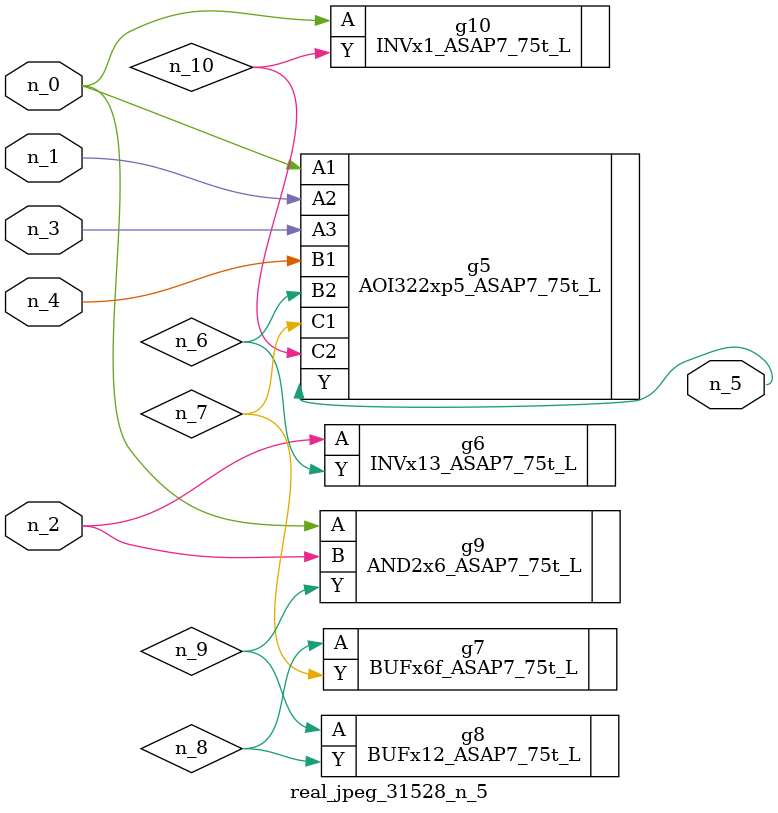
<source format=v>
module real_jpeg_31528_n_5 (n_4, n_0, n_1, n_2, n_3, n_5);

input n_4;
input n_0;
input n_1;
input n_2;
input n_3;

output n_5;

wire n_8;
wire n_6;
wire n_7;
wire n_10;
wire n_9;

AOI322xp5_ASAP7_75t_L g5 ( 
.A1(n_0),
.A2(n_1),
.A3(n_3),
.B1(n_4),
.B2(n_6),
.C1(n_7),
.C2(n_10),
.Y(n_5)
);

AND2x6_ASAP7_75t_L g9 ( 
.A(n_0),
.B(n_2),
.Y(n_9)
);

INVx1_ASAP7_75t_L g10 ( 
.A(n_0),
.Y(n_10)
);

INVx13_ASAP7_75t_L g6 ( 
.A(n_2),
.Y(n_6)
);

BUFx6f_ASAP7_75t_L g7 ( 
.A(n_8),
.Y(n_7)
);

BUFx12_ASAP7_75t_L g8 ( 
.A(n_9),
.Y(n_8)
);


endmodule
</source>
